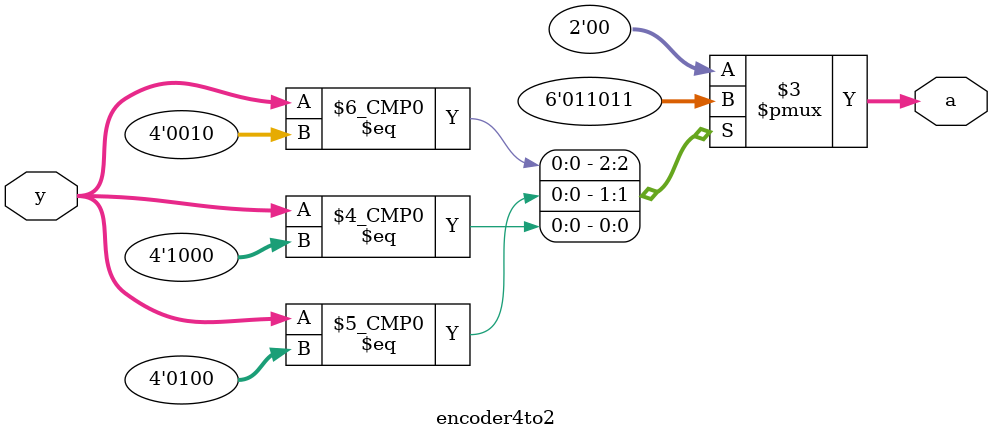
<source format=sv>
module encoder4to2  (
    input logic [3:0] y,
    output logic [1:0] a
);
    
    always @(*) begin
        case (y)
            4'b0001: a = 2'b00;
            4'b0010: a = 2'b01;
            4'b0100: a = 2'b10;
            4'b1000: a = 2'b11;
            default: a = 2'b00;
        endcase
    end
endmodule
</source>
